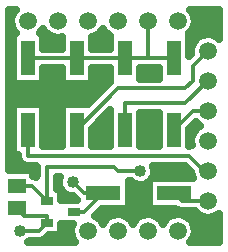
<source format=gbr>
G04 DipTrace 2.4.0.2*
%INTop.gbr*%
%MOIN*%
%ADD13C,0.013*%
%ADD14C,0.025*%
%ADD16R,0.0413X0.0256*%
%ADD17C,0.0591*%
%ADD18R,0.0472X0.1181*%
%ADD19R,0.1181X0.0472*%
%ADD20R,0.0591X0.0512*%
%ADD21C,0.04*%
%FSLAX44Y44*%
G04*
G70*
G90*
G75*
G01*
%LNTop*%
%LPD*%
X8690Y11440D2*
D13*
Y10190D1*
X9565D1*
X7940D2*
X8690D1*
X4690D2*
X6315D1*
X7940D1*
X6190Y6065D2*
X6565Y5690D1*
X7190D1*
X6221Y5066D2*
X6566D1*
X7190Y5690D1*
X10690Y8440D2*
X10190D1*
X9565Y7815D1*
X10690Y9440D2*
X9940Y8690D1*
X7940D1*
Y7815D1*
X10690Y10440D2*
X10190Y9940D1*
Y9440D1*
X9940Y9190D1*
X7690D1*
X6315Y7815D1*
X10690Y6440D2*
Y6315D1*
X10065Y6940D1*
X4690D1*
Y7815D1*
X10690Y5440D2*
X9815D1*
X9565Y5690D1*
X4315Y5938D2*
X4817D1*
X5315Y5440D1*
X8440Y6440D2*
X7690D1*
X7565Y6565D1*
X5315D1*
Y5440D1*
X4440Y4440D2*
X5063D1*
X5315Y4692D1*
Y4940D1*
X4565D1*
X4315Y5190D1*
D21*
X6190Y6065D3*
X4440Y4440D3*
X8440Y6440D3*
X10260Y11566D2*
D14*
X11040D1*
X10260Y11318D2*
X11040D1*
X4090Y11069D2*
X4245D1*
X5135D2*
X5248D1*
X7135D2*
X7248D1*
X10135D2*
X11040D1*
X5217Y10820D2*
X5788D1*
X6842D2*
X7413D1*
X10092D2*
X10255D1*
X5217Y10572D2*
X5788D1*
X6842D2*
X7413D1*
X5217Y9825D2*
X5788D1*
X6842D2*
X7413D1*
X8467D2*
X9038D1*
X5217Y9577D2*
X5788D1*
X6842D2*
X7413D1*
X8467D2*
X9038D1*
X4090Y9328D2*
X7335D1*
X4090Y9079D2*
X7089D1*
X4090Y8831D2*
X6839D1*
X5217Y8582D2*
X5788D1*
X5217Y8333D2*
X5788D1*
X7326D2*
X7413D1*
X8467D2*
X9038D1*
X5217Y8085D2*
X5788D1*
X7076D2*
X7413D1*
X8467D2*
X9038D1*
X5217Y7836D2*
X5788D1*
X6842D2*
X7413D1*
X8467D2*
X9038D1*
X10092D2*
X10271D1*
X5217Y7587D2*
X5788D1*
X6842D2*
X7413D1*
X8467D2*
X9038D1*
X5217Y7339D2*
X5788D1*
X6842D2*
X7413D1*
X8467D2*
X9038D1*
X4090Y6841D2*
X4351D1*
X4090Y6593D2*
X4960D1*
X8904D2*
X9921D1*
X8920Y6344D2*
X10112D1*
X5670Y5846D2*
X5755D1*
X8069D2*
X8686D1*
X5811Y5598D2*
X6167D1*
X8069D2*
X8686D1*
X8069Y5349D2*
X8686D1*
X7092Y5100D2*
X10218D1*
X7096Y4852D2*
X7286D1*
X8096D2*
X8286D1*
X9096D2*
X9286D1*
X10096D2*
X11040D1*
X5811Y4603D2*
X6128D1*
X10252D2*
X11040D1*
X5811Y4354D2*
X6112D1*
X10268D2*
X11040D1*
X4787Y4106D2*
X6214D1*
X10166D2*
X11040D1*
X5644Y5833D2*
X5787D1*
Y5462D1*
X6331Y5459D1*
X6191Y5598D1*
X6048Y5622D1*
X5935Y5676D1*
X5841Y5758D1*
X5772Y5861D1*
X5733Y5980D1*
X5727Y6104D1*
X5759Y6236D1*
X5647Y6235D1*
X5645Y5835D1*
X5787Y4675D2*
Y4299D1*
X5392D1*
X5296Y4207D1*
X5194Y4137D1*
X5063Y4110D1*
X4762Y4104D1*
X4708Y4065D1*
X6272D1*
X6189Y4189D1*
X6146Y4306D1*
X6130Y4430D1*
X6141Y4554D1*
X6182Y4676D1*
X5785Y4673D1*
X10236Y11316D2*
X10195Y11198D1*
X10129Y11092D1*
X10066Y11029D1*
Y10284D1*
X10136Y10353D1*
X10130Y10430D1*
X10141Y10554D1*
X10180Y10673D1*
X10244Y10780D1*
X10331Y10870D1*
X10435Y10939D1*
X10551Y10983D1*
X10675Y11000D1*
X10799Y10990D1*
X10918Y10952D1*
X11026Y10889D1*
X11062Y10854D1*
X11065Y11815D1*
X10108D1*
X10186Y11700D1*
X10232Y11584D1*
X10250Y11440D1*
X10236Y11316D1*
X10436Y7943D2*
X10346Y7997D1*
X10277Y8065D1*
X10067Y7850D1*
X10066Y7268D1*
X10146Y7306D1*
X10130Y7430D1*
X10141Y7554D1*
X10180Y7673D1*
X10244Y7780D1*
X10331Y7870D1*
X10438Y7940D1*
X10188Y6193D2*
X10146Y6306D1*
X10133Y6403D1*
X9929Y6609D1*
X8874Y6608D1*
X8903Y6487D1*
X8905Y6440D1*
X8888Y6316D1*
X8834Y6191D1*
X10190D1*
X8190Y4689D2*
X8244Y4780D1*
X8331Y4870D1*
X8435Y4939D1*
X8551Y4983D1*
X8675Y5000D1*
X8799Y4990D1*
X8918Y4952D1*
X9026Y4889D1*
X9117Y4803D1*
X9191Y4689D1*
X9244Y4780D1*
X9331Y4870D1*
X9435Y4939D1*
X9551Y4983D1*
X9675Y5000D1*
X9799Y4990D1*
X9918Y4952D1*
X10026Y4889D1*
X10117Y4803D1*
X10186Y4700D1*
X10232Y4584D1*
X10250Y4440D1*
X10236Y4316D1*
X10195Y4198D1*
X10105Y4067D1*
X11065Y4065D1*
Y5022D1*
X10936Y4937D1*
X10819Y4895D1*
X10695Y4880D1*
X10571Y4893D1*
X10453Y4932D1*
X10346Y4997D1*
X10242Y5107D1*
X9815Y5110D1*
X9690Y5136D1*
X9606Y5185D1*
X9171Y5189D1*
X8709D1*
Y6060D1*
X8661Y6031D1*
X8545Y5987D1*
X8420Y5975D1*
X8298Y5997D1*
X8185Y6051D1*
X8118Y6110D1*
X8045D1*
X8046Y5189D1*
X7159D1*
X6918Y4951D1*
X7026Y4889D1*
X7117Y4803D1*
X7191Y4689D1*
X7244Y4780D1*
X7331Y4870D1*
X7435Y4939D1*
X7551Y4983D1*
X7675Y5000D1*
X7799Y4990D1*
X7918Y4952D1*
X8026Y4889D1*
X8117Y4803D1*
X8191Y4689D1*
X5091Y11046D2*
X5191D1*
Y10518D1*
X5811Y10520D1*
X5814Y10893D1*
X5695Y10880D1*
X5571Y10893D1*
X5453Y10932D1*
X5346Y10997D1*
X5257Y11084D1*
X5191Y11186D1*
X5129Y11092D1*
X5083Y11045D1*
X5191Y9862D2*
Y9334D1*
X4189D1*
Y11046D1*
X4294D1*
X4257Y11084D1*
X4189Y11189D1*
X4146Y11306D1*
X4130Y11430D1*
X4141Y11554D1*
X4180Y11673D1*
X4244Y11780D1*
X4279Y11816D1*
X4065Y11815D1*
Y6460D1*
X4875Y6459D1*
Y6260D1*
X4942Y6243D1*
X4985Y6315D1*
X4986Y6569D1*
X4940Y6610D1*
X4690D1*
X4568Y6633D1*
X4463Y6700D1*
X4391Y6801D1*
X4360Y6940D1*
Y6960D1*
X4189Y6959D1*
Y8671D1*
X5191D1*
Y7268D1*
X5811Y7270D1*
X5814Y8459D1*
Y8671D1*
X6700D1*
X7440Y9406D1*
X7439Y9862D1*
X6819Y9860D1*
X6816Y9334D1*
X5814D1*
Y9862D1*
X5194Y9860D1*
X6816Y10893D2*
Y10518D1*
X7436Y10520D1*
X7439Y10940D1*
X7346Y10997D1*
X7257Y11084D1*
X7191Y11186D1*
X7129Y11092D1*
X7042Y11004D1*
X6936Y10937D1*
X6815Y10894D1*
X6816Y7846D2*
Y7268D1*
X7436Y7270D1*
X7439Y8471D1*
X6816Y7849D1*
X8441Y9862D2*
Y9518D1*
X9061Y9520D1*
X9064Y9862D1*
X8444Y9860D1*
X8441Y8362D2*
Y7268D1*
X9061Y7270D1*
X9064Y8362D1*
X8444Y8360D1*
D16*
X5315Y5440D3*
Y4692D3*
X6221Y5066D3*
D17*
X8690Y11440D3*
X9690D3*
X10690Y10440D3*
Y9440D3*
Y8440D3*
Y7440D3*
Y6440D3*
X8690Y4440D3*
X7690D3*
X9690D3*
X6690D3*
X10690Y5440D3*
D18*
X4690Y10190D3*
Y7815D3*
X6315Y10190D3*
Y7815D3*
X7940Y10190D3*
Y7815D3*
X9565Y10190D3*
Y7815D3*
D19*
X7190Y5690D3*
X9565D3*
D20*
X4315Y5190D3*
Y5938D3*
D17*
X7690Y11440D3*
X6690D3*
X5690D3*
X4690D3*
M02*

</source>
